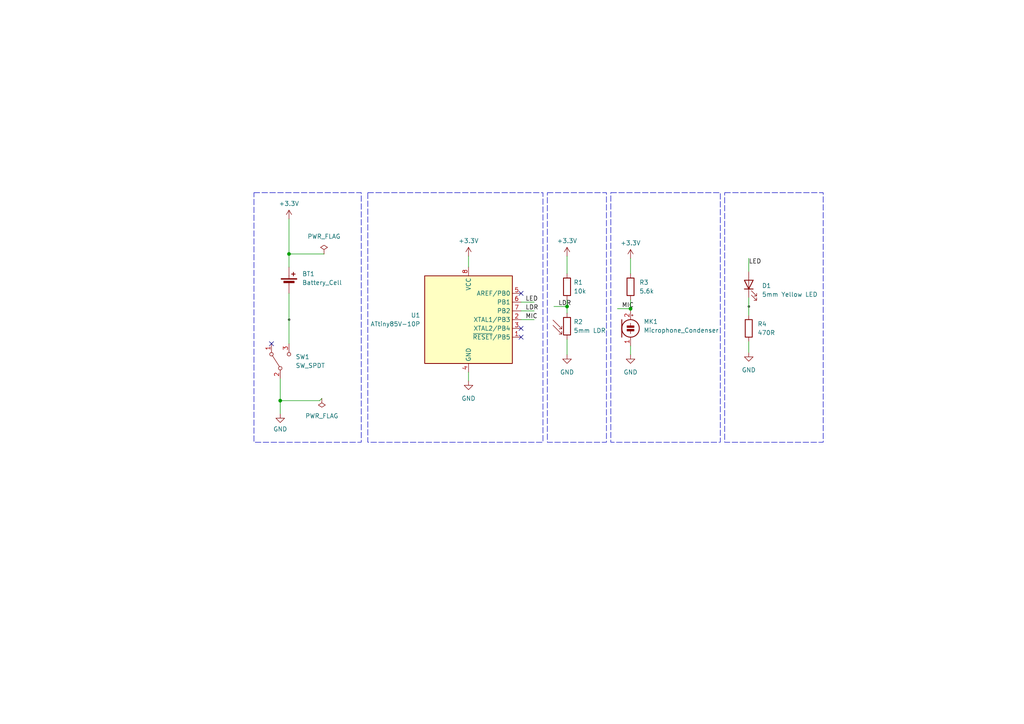
<source format=kicad_sch>
(kicad_sch (version 20230121) (generator eeschema)
  (paper "A4")
  (title_block (title "electric_lamp") (date "2023-09-30") (rev "v1") (comment 1 "project-1"))
  (lib_symbols
    (symbol "Device:Battery_Cell" (pin_numbers hide) (pin_names (offset 0) hide)
      (property "Reference" "BT" (at 2.54 2.54 0))
      (property "Value" "Battery_Cell" (at 2.54 0 0))
      (symbol "Battery_Cell_0_1"
        (rectangle (start -2.286 1.778) (end 2.286 1.524) (fill (type outline)))
        (rectangle (start -1.524 1.016) (end 1.524 0.508) (fill (type outline)))
        (polyline (pts (xy 0 0.762) (xy 0 0)))
        (polyline (pts (xy 0 1.778) (xy 0 2.54)))
        (polyline (pts (xy 0.762 3.048) (xy 1.778 3.048)) (stroke (width 0.254)))
        (polyline (pts (xy 1.27 3.556) (xy 1.27 2.54)) (stroke (width 0.254)))
      )
      (symbol "Battery_Cell_1_1"
        (pin passive line (at 0 5.08 270) (length 2.54) (name "+") (number "1"))
        (pin passive line (at 0 -2.54 90) (length 2.54) (name "-") (number "2"))
      )
    )
    (symbol "Device:LED" (pin_numbers hide) (pin_names (offset 1.016) hide)
      (property "Reference" "D" (at 0 2.54 0))
      (property "Value" "LED" (at 0 -2.54 0))
      (symbol "LED_0_1"
        (polyline (pts (xy -1.27 -1.27) (xy -1.27 1.27)) (stroke (width 0.254)))
        (polyline (pts (xy -1.27 0) (xy 1.27 0)))
        (polyline (pts (xy 1.27 -1.27) (xy 1.27 1.27) (xy -1.27 0) (xy 1.27 -1.27)) (stroke (width 0.254)))
        (polyline (pts (xy -3.048 -0.762) (xy -4.572 -2.286) (xy -3.81 -2.286) (xy -4.572 -2.286) (xy -4.572 -1.524)))
        (polyline (pts (xy -1.778 -0.762) (xy -3.302 -2.286) (xy -2.54 -2.286) (xy -3.302 -2.286) (xy -3.302 -1.524)))
      )
      (symbol "LED_1_1"
        (pin passive line (at -3.81 0 0) (length 2.54) (name "K") (number "1"))
        (pin passive line (at 3.81 0 180) (length 2.54) (name "A") (number "2"))
      )
    )
    (symbol "Device:Microphone_Condenser" (pin_names (offset 0.0254) hide)
      (property "Reference" "MK" (at -3.302 1.27 0))
      (property "Value" "Microphone_Condenser" (at -3.302 -0.635 0))
      (symbol "Microphone_Condenser_0_1"
        (polyline (pts (xy -2.54 2.54) (xy -2.54 -2.54)) (stroke (width 0.254)))
        (polyline (pts (xy 0 -0.762) (xy 0 -1.524)))
        (polyline (pts (xy 0 0.762) (xy 0 1.524)))
        (polyline (pts (xy 0.254 3.81) (xy 0.762 3.81)))
        (polyline (pts (xy 0.508 4.064) (xy 0.508 3.556)))
        (circle (center 0 0) (radius 2.54) (stroke (width 0.254)))
        (rectangle (start 1.016 -0.254) (end -1.016 -0.762) (fill (type outline)))
        (rectangle (start 1.016 0.762) (end -1.016 0.254) (fill (type outline)))
      )
      (symbol "Microphone_Condenser_1_1"
        (pin passive line (at 0 -5.08 90) (length 2.54) (name "-") (number "1"))
        (pin passive line (at 0 5.08 270) (length 2.54) (name "+") (number "2"))
      )
    )
    (symbol "Device:R" (pin_numbers hide) (pin_names (offset 0))
      (property "Reference" "R" (at 2.032 0 90))
      (property "Value" "R" (at 0 0 90))
      (symbol "R_0_1"
        (rectangle (start -1.016 -2.54) (end 1.016 2.54) (stroke (width 0.254)))
      )
      (symbol "R_1_1"
        (pin passive line (at 0 3.81 270) (length 1.27) (name "~") (number "1"))
        (pin passive line (at 0 -3.81 90) (length 1.27) (name "~") (number "2"))
      )
    )
    (symbol "MCU_Microchip_ATtiny:ATtiny85V-10P"
      (property "Reference" "U" (at -12.7 13.97 0))
      (property "Value" "ATtiny85V-10P" (at 2.54 -13.97 0))
      (symbol "ATtiny85V-10P_0_1"
        (rectangle (start -12.7 -12.7) (end 12.7 12.7) (stroke (width 0.254)) (fill (type background)))
      )
      (symbol "ATtiny85V-10P_1_1"
        (pin bidirectional line (at 15.24 -5.08 180) (length 2.54) (name "~{RESET}/PB5") (number "1"))
        (pin bidirectional line (at 15.24 0 180) (length 2.54) (name "XTAL1/PB3") (number "2"))
        (pin bidirectional line (at 15.24 -2.54 180) (length 2.54) (name "XTAL2/PB4") (number "3"))
        (pin power_in line (at 0 -15.24 90) (length 2.54) (name "GND") (number "4"))
        (pin bidirectional line (at 15.24 7.62 180) (length 2.54) (name "AREF/PB0") (number "5"))
        (pin bidirectional line (at 15.24 5.08 180) (length 2.54) (name "PB1") (number "6"))
        (pin bidirectional line (at 15.24 2.54 180) (length 2.54) (name "PB2") (number "7"))
        (pin power_in line (at 0 15.24 270) (length 2.54) (name "VCC") (number "8"))
      )
    )
    (symbol "Sensor_Optical:LDR03" (pin_numbers hide) (pin_names (offset 0))
      (property "Reference" "R" (at -5.08 0 90))
      (property "Value" "LDR03" (at 1.905 0 90))
      (symbol "LDR03_0_1"
        (rectangle (start -1.016 2.54) (end 1.016 -2.54) (stroke (width 0.254)))
        (polyline (pts (xy -1.524 -2.286) (xy -4.064 0.254)))
        (polyline (pts (xy -1.524 -2.286) (xy -2.286 -2.286)))
        (polyline (pts (xy -1.524 -2.286) (xy -1.524 -1.524)))
        (polyline (pts (xy -1.524 -0.762) (xy -4.064 1.778)))
        (polyline (pts (xy -1.524 -0.762) (xy -2.286 -0.762)))
        (polyline (pts (xy -1.524 -0.762) (xy -1.524 0)))
      )
      (symbol "LDR03_1_1"
        (pin passive line (at 0 3.81 270) (length 1.27) (name "~") (number "1"))
        (pin passive line (at 0 -3.81 90) (length 1.27) (name "~") (number "2"))
      )
    )
    (symbol "Switch:SW_SPDT" (pin_names (offset 0) hide)
      (property "Reference" "SW" (at 0 4.318 0))
      (property "Value" "SW_SPDT" (at 0 -5.08 0))
      (symbol "SW_SPDT_0_0"
        (circle (center -2.032 0) (radius 0.508))
        (circle (center 2.032 -2.54) (radius 0.508))
      )
      (symbol "SW_SPDT_0_1"
        (polyline (pts (xy -1.524 0.254) (xy 1.651 2.286)))
        (circle (center 2.032 2.54) (radius 0.508))
      )
      (symbol "SW_SPDT_1_1"
        (pin passive line (at 5.08 2.54 180) (length 2.54) (name "A") (number "1"))
        (pin passive line (at -5.08 0 0) (length 2.54) (name "B") (number "2"))
        (pin passive line (at 5.08 -2.54 180) (length 2.54) (name "C") (number "3"))
      )
    )
    (symbol "power:+3.3V" (power) (pin_names (offset 0))
      (property "Value" "+3.3V" (at 0 3.556 0))
      (symbol "+3.3V_0_1"
        (polyline (pts (xy -0.762 1.27) (xy 0 2.54)))
        (polyline (pts (xy 0 0) (xy 0 2.54)))
        (polyline (pts (xy 0 2.54) (xy 0.762 1.27)))
      )
      (symbol "+3.3V_1_1"
        (pin power_in line (at 0 0 90) (length 0) hide (name "+3.3V") (number "1"))
      )
    )
    (symbol "power:GND" (power) (pin_names (offset 0))
      (property "Value" "GND" (at 0 -3.81 0))
      (symbol "GND_0_1"
        (polyline (pts (xy 0 0) (xy 0 -1.27) (xy 1.27 -1.27) (xy 0 -2.54) (xy -1.27 -1.27) (xy 0 -1.27)))
      )
      (symbol "GND_1_1"
        (pin power_in line (at 0 0 270) (length 0) hide (name "GND") (number "1"))
      )
    )
    (symbol "power:PWR_FLAG" (power) (pin_numbers hide) (pin_names (offset 0) hide)
      (property "Value" "PWR_FLAG" (at 0 3.81 0))
      (symbol "PWR_FLAG_0_0"
        (pin power_out line (at 0 0 90) (length 0) (name "pwr") (number "1"))
      )
      (symbol "PWR_FLAG_0_1"
        (polyline (pts (xy 0 0) (xy 0 1.27) (xy -1.016 1.905) (xy 0 2.54) (xy 1.016 1.905) (xy 0 1.27)))
      )
    )
  )
  (junction (at 164.465 88.9))
  (junction (at 83.82 73.66))
  (junction (at 81.28 116.205))
  (junction (at 182.88 89.535))
  (no_connect (at 78.74 99.695))
  (no_connect (at 151.13 85.09))
  (no_connect (at 151.13 97.79))
  (no_connect (at 151.13 95.25))
  (wire (pts (xy 179.07 89.535) (xy 182.88 89.535)))
  (wire (pts (xy 83.82 85.09) (xy 83.82 99.695)))
  (wire (pts (xy 135.89 74.295) (xy 135.89 77.47)))
  (wire (pts (xy 182.88 86.995) (xy 182.88 89.535)))
  (wire (pts (xy 164.465 86.995) (xy 164.465 88.9)))
  (wire (pts (xy 151.13 87.63) (xy 154.94 87.63)))
  (wire (pts (xy 164.465 74.295) (xy 164.465 79.375)))
  (wire (pts (xy 160.655 88.9) (xy 164.465 88.9)))
  (wire (pts (xy 182.88 74.93) (xy 182.88 79.375)))
  (wire (pts (xy 164.465 88.9) (xy 164.465 90.805)))
  (wire (pts (xy 83.82 73.66) (xy 83.82 77.47)))
  (wire (pts (xy 83.82 63.5) (xy 83.82 73.66)))
  (wire (pts (xy 151.13 90.17) (xy 154.94 90.17)))
  (wire (pts (xy 135.89 107.95) (xy 135.89 110.49)))
  (wire (pts (xy 182.88 100.33) (xy 182.88 102.87)))
  (wire (pts (xy 81.28 116.205) (xy 92.71 116.205)))
  (wire (pts (xy 217.17 74.93) (xy 217.17 78.74)))
  (wire (pts (xy 217.17 86.36) (xy 217.17 91.44)))
  (wire (pts (xy 92.71 116.205) (xy 93.345 115.57)))
  (wire (pts (xy 151.13 92.71) (xy 154.94 92.71)))
  (wire (pts (xy 81.28 109.855) (xy 81.28 116.205)))
  (wire (pts (xy 164.465 98.425) (xy 164.465 102.87)))
  (wire (pts (xy 83.82 73.66) (xy 93.98 73.66)))
  (wire (pts (xy 182.88 89.535) (xy 182.88 90.17)))
  (wire (pts (xy 217.17 99.06) (xy 217.17 102.235)))
  (wire (pts (xy 81.28 116.205) (xy 81.28 120.015)))
  (rectangle (start 210.185 55.88) (end 238.76 128.27) (stroke (width 0) (type dash)))
  (rectangle (start 177.165 55.88) (end 208.915 128.27) (stroke (width 0) (type dash)))
  (rectangle (start 73.66 55.88) (end 104.775 128.27) (stroke (width 0) (type dash)))
  (rectangle (start 158.75 55.88) (end 175.895 128.27) (stroke (width 0) (type dash)))
  (rectangle (start 106.68 55.88) (end 157.48 128.27) (stroke (width 0) (type dash)))
  (label "LED" (at 152.4 87.63 0))
  (label "MIC" (at 180.34 89.535 0))
  (label "MIC" (at 152.4 92.71 0))
  (label "LDR" (at 161.925 88.9 0))
  (label "LED" (at 217.17 76.835 0))
  (label "LDR" (at 152.4 90.17 0))
  (netclass_flag "" (length 0.05) (shape dot) (at 83.82 92.71 270) (property "Netclass" "signal" (effects hide)))
  (netclass_flag "" (length 0.05) (shape dot) (at 217.17 88.9 270) (property "Netclass" "signal" (effects hide)))
  (symbol (lib_id "power:GND") (at 81.28 120.015 0) (unit 1)
    (property "Reference" "#PWR01" (effects hide))
    (property "Value" "GND" (at 81.28 124.46 0))
  )
  (symbol (lib_id "power:GND") (at 135.89 110.49 0) (unit 1)
    (property "Reference" "#PWR04" (effects hide))
    (property "Value" "GND" (at 135.89 115.57 0))
  )
  (symbol (lib_id "Device:LED") (at 217.17 82.55 90) (unit 1)
    (property "Reference" "D1" (at 220.98 82.8675 90) (effects (justify right)))
    (property "Value" "5mm Yellow LED" (at 220.98 85.4075 90) (effects (justify right)))
    (property "Footprint" "LED_THT:LED_D5.0mm" (effects hide))
  )
  (symbol (lib_id "Switch:SW_SPDT") (at 81.28 104.775 90) (unit 1)
    (property "Reference" "SW1" (at 85.725 103.505 90) (effects (justify right)))
    (property "Value" "SW_SPDT" (at 85.725 106.045 90) (effects (justify right)))
    (property "Footprint" "Button_Switch_THT:SW_CuK_OS102011MA1QN1_SPDT_Angled" (effects hide))
  )
  (symbol (lib_id "power:GND") (at 217.17 102.235 0) (unit 1)
    (property "Reference" "#PWR010" (effects hide))
    (property "Value" "GND" (at 217.17 107.315 0))
  )
  (symbol (lib_id "Device:Microphone_Condenser") (at 182.88 95.25 0) (unit 1)
    (property "Reference" "MK1" (at 186.69 93.2815 0) (effects (justify left)))
    (property "Value" "Microphone_Condenser" (at 186.69 95.8215 0) (effects (justify left)))
    (property "Footprint" "Connector_PinHeader_2.54mm:PinHeader_1x02_P2.54mm_Vertical" (effects hide))
  )
  (symbol (lib_id "MCU_Microchip_ATtiny:ATtiny85V-10P") (at 135.89 92.71 0) (unit 1)
    (property "Reference" "U1" (at 121.92 91.44 0) (effects (justify right)))
    (property "Value" "ATtiny85V-10P" (at 121.92 93.98 0) (effects (justify right)))
    (property "Footprint" "Package_DIP:DIP-8_W7.62mm" (effects hide))
    (property "Datasheet" "http://ww1.microchip.com/downloads/en/DeviceDoc/atmel-2586-avr-8-bit-microcontroller-attiny25-attiny45-attiny85_datasheet.pdf" (effects hide))
  )
  (symbol (lib_id "power:GND") (at 164.465 102.87 0) (unit 1)
    (property "Reference" "#PWR06" (effects hide))
    (property "Value" "GND" (at 164.465 107.95 0))
  )
  (symbol (lib_id "power:PWR_FLAG") (at 93.98 73.66 0) (unit 1)
    (property "Reference" "#FLG02" (effects hide))
    (property "Value" "PWR_FLAG" (at 93.98 68.58 0))
  )
  (symbol (lib_id "power:+3.3V") (at 83.82 63.5 0) (unit 1)
    (property "Reference" "#PWR02" (effects hide))
    (property "Value" "+3.3V" (at 83.82 59.055 0))
  )
  (symbol (lib_id "power:+3.3V") (at 135.89 74.295 0) (unit 1)
    (property "Reference" "#PWR03" (effects hide))
    (property "Value" "+3.3V" (at 135.89 69.85 0))
  )
  (symbol (lib_id "Device:R") (at 217.17 95.25 0) (unit 1)
    (property "Reference" "R4" (at 219.71 93.98 0) (effects (justify left)))
    (property "Value" "470R" (at 219.71 96.52 0) (effects (justify left)))
    (property "Footprint" "Resistor_THT:R_Axial_DIN0207_L6.3mm_D2.5mm_P15.24mm_Horizontal" (effects hide))
  )
  (symbol (lib_id "Sensor_Optical:LDR03") (at 164.465 94.615 0) (unit 1)
    (property "Reference" "R2" (at 166.37 93.345 0) (effects (justify left)))
    (property "Value" "5mm LDR" (at 166.37 95.885 0) (effects (justify left)))
    (property "Footprint" "OptoDevice:R_LDR_10x8.5mm_P7.6mm_Vertical" (effects hide))
    (property "Datasheet" "http://www.elektronica-componenten.nl/WebRoot/StoreNL/Shops/61422969/54F1/BA0C/C664/31B9/2173/C0A8/2AB9/2AEF/LDR03IMP.pdf" (effects hide))
  )
  (symbol (lib_id "Device:R") (at 164.465 83.185 0) (unit 1)
    (property "Reference" "R1" (at 166.37 81.915 0) (effects (justify left)))
    (property "Value" "10k" (at 166.37 84.455 0) (effects (justify left)))
    (property "Footprint" "Resistor_THT:R_Axial_DIN0207_L6.3mm_D2.5mm_P15.24mm_Horizontal" (effects hide))
  )
  (symbol (lib_id "Device:Battery_Cell") (at 83.82 82.55 0) (unit 1)
    (property "Reference" "BT1" (at 87.63 79.4385 0) (effects (justify left)))
    (property "Value" "Battery_Cell" (at 87.63 81.9785 0) (effects (justify left)))
    (property "Footprint" "Battery:BatteryHolder_ComfortableElectronic_CH273-2450_1x2450" (effects hide))
  )
  (symbol (lib_id "power:+3.3V") (at 182.88 74.93 0) (unit 1)
    (property "Reference" "#PWR07" (effects hide))
    (property "Value" "+3.3V" (at 182.88 70.485 0))
  )
  (symbol (lib_id "power:PWR_FLAG") (at 93.345 115.57 180) (unit 1)
    (property "Reference" "#FLG01" (effects hide))
    (property "Value" "PWR_FLAG" (at 93.345 120.65 0))
  )
  (symbol (lib_id "Device:R") (at 182.88 83.185 0) (unit 1)
    (property "Reference" "R3" (at 185.42 81.915 0) (effects (justify left)))
    (property "Value" "5.6k" (at 185.42 84.455 0) (effects (justify left)))
    (property "Footprint" "Resistor_THT:R_Axial_DIN0207_L6.3mm_D2.5mm_P15.24mm_Horizontal" (effects hide))
  )
  (symbol (lib_id "power:GND") (at 182.88 102.87 0) (unit 1)
    (property "Reference" "#PWR08" (effects hide))
    (property "Value" "GND" (at 182.88 107.95 0))
  )
  (symbol (lib_id "power:+3.3V") (at 164.465 74.295 0) (unit 1)
    (property "Reference" "#PWR05" (effects hide))
    (property "Value" "+3.3V" (at 164.465 69.85 0))
  )
)
</source>
